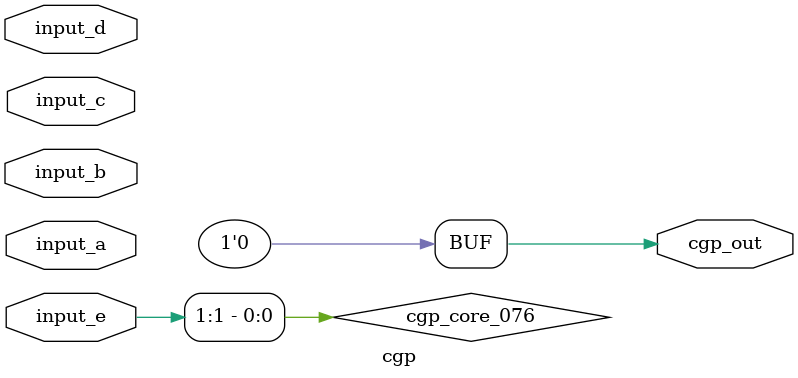
<source format=v>
module cgp(input [2:0] input_a, input [2:0] input_b, input [2:0] input_c, input [2:0] input_d, input [2:0] input_e, output [0:0] cgp_out);
  wire cgp_core_017;
  wire cgp_core_018;
  wire cgp_core_022;
  wire cgp_core_023;
  wire cgp_core_024_not;
  wire cgp_core_025;
  wire cgp_core_026;
  wire cgp_core_027;
  wire cgp_core_029;
  wire cgp_core_030;
  wire cgp_core_031;
  wire cgp_core_032;
  wire cgp_core_033;
  wire cgp_core_034_not;
  wire cgp_core_035;
  wire cgp_core_037;
  wire cgp_core_038;
  wire cgp_core_039;
  wire cgp_core_040;
  wire cgp_core_042;
  wire cgp_core_043;
  wire cgp_core_047;
  wire cgp_core_048;
  wire cgp_core_050;
  wire cgp_core_051;
  wire cgp_core_055;
  wire cgp_core_056;
  wire cgp_core_058;
  wire cgp_core_059;
  wire cgp_core_060;
  wire cgp_core_062;
  wire cgp_core_064_not;
  wire cgp_core_065;
  wire cgp_core_066;
  wire cgp_core_067;
  wire cgp_core_068_not;
  wire cgp_core_069;
  wire cgp_core_070;
  wire cgp_core_072;
  wire cgp_core_073;
  wire cgp_core_076;
  wire cgp_core_079_not;

  assign cgp_core_017 = input_c[0] & input_d[0];
  assign cgp_core_018 = input_e[0] ^ input_b[1];
  assign cgp_core_022 = input_a[1] | input_e[0];
  assign cgp_core_023 = ~input_b[2];
  assign cgp_core_024_not = ~input_b[2];
  assign cgp_core_025 = input_c[0] | input_b[2];
  assign cgp_core_026 = ~(input_e[0] | input_c[2]);
  assign cgp_core_027 = ~input_c[0];
  assign cgp_core_029 = ~(input_a[1] | input_e[0]);
  assign cgp_core_030 = ~(input_d[0] | input_c[2]);
  assign cgp_core_031 = input_c[2] ^ input_b[0];
  assign cgp_core_032 = ~(input_a[1] & input_d[0]);
  assign cgp_core_033 = input_b[0] | input_e[1];
  assign cgp_core_034_not = ~input_e[1];
  assign cgp_core_035 = input_e[0] | input_b[2];
  assign cgp_core_037 = ~(input_b[0] & input_c[0]);
  assign cgp_core_038 = input_e[2] & input_b[1];
  assign cgp_core_039 = input_a[2] | input_a[0];
  assign cgp_core_040 = input_a[1] | input_d[0];
  assign cgp_core_042 = input_a[2] & input_b[1];
  assign cgp_core_043 = ~(input_c[0] | input_c[0]);
  assign cgp_core_047 = ~input_e[0];
  assign cgp_core_048 = ~(input_e[0] | input_c[1]);
  assign cgp_core_050 = ~(input_a[1] ^ input_b[1]);
  assign cgp_core_051 = input_d[1] & input_b[0];
  assign cgp_core_055 = input_b[2] | input_e[1];
  assign cgp_core_056 = input_b[1] | input_d[1];
  assign cgp_core_058 = input_a[0] ^ input_c[2];
  assign cgp_core_059 = input_e[2] & input_d[0];
  assign cgp_core_060 = ~(input_a[2] & input_a[0]);
  assign cgp_core_062 = input_a[1] & input_c[0];
  assign cgp_core_064_not = ~input_c[2];
  assign cgp_core_065 = ~(input_c[2] ^ cgp_core_062);
  assign cgp_core_066 = ~input_a[0];
  assign cgp_core_067 = ~(input_e[1] | input_e[0]);
  assign cgp_core_068_not = ~input_d[1];
  assign cgp_core_069 = input_c[1] ^ input_e[0];
  assign cgp_core_070 = input_e[0] & input_d[1];
  assign cgp_core_072 = input_c[0] & input_d[0];
  assign cgp_core_073 = input_d[0] ^ input_d[2];
  assign cgp_core_076 = input_e[1] | input_e[1];
  assign cgp_core_079_not = ~input_c[1];

  assign cgp_out[0] = 1'b0;
endmodule
</source>
